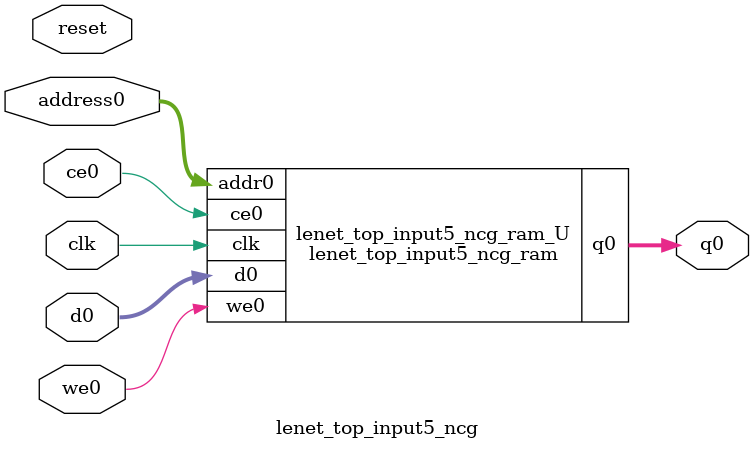
<source format=v>
`timescale 1 ns / 1 ps
module lenet_top_input5_ncg_ram (addr0, ce0, d0, we0, q0,  clk);

parameter DWIDTH = 32;
parameter AWIDTH = 9;
parameter MEM_SIZE = 400;

input[AWIDTH-1:0] addr0;
input ce0;
input[DWIDTH-1:0] d0;
input we0;
output reg[DWIDTH-1:0] q0;
input clk;

(* ram_style = "block" *)reg [DWIDTH-1:0] ram[0:MEM_SIZE-1];




always @(posedge clk)  
begin 
    if (ce0) 
    begin
        if (we0) 
        begin 
            ram[addr0] <= d0; 
        end 
        q0 <= ram[addr0];
    end
end


endmodule

`timescale 1 ns / 1 ps
module lenet_top_input5_ncg(
    reset,
    clk,
    address0,
    ce0,
    we0,
    d0,
    q0);

parameter DataWidth = 32'd32;
parameter AddressRange = 32'd400;
parameter AddressWidth = 32'd9;
input reset;
input clk;
input[AddressWidth - 1:0] address0;
input ce0;
input we0;
input[DataWidth - 1:0] d0;
output[DataWidth - 1:0] q0;



lenet_top_input5_ncg_ram lenet_top_input5_ncg_ram_U(
    .clk( clk ),
    .addr0( address0 ),
    .ce0( ce0 ),
    .we0( we0 ),
    .d0( d0 ),
    .q0( q0 ));

endmodule


</source>
